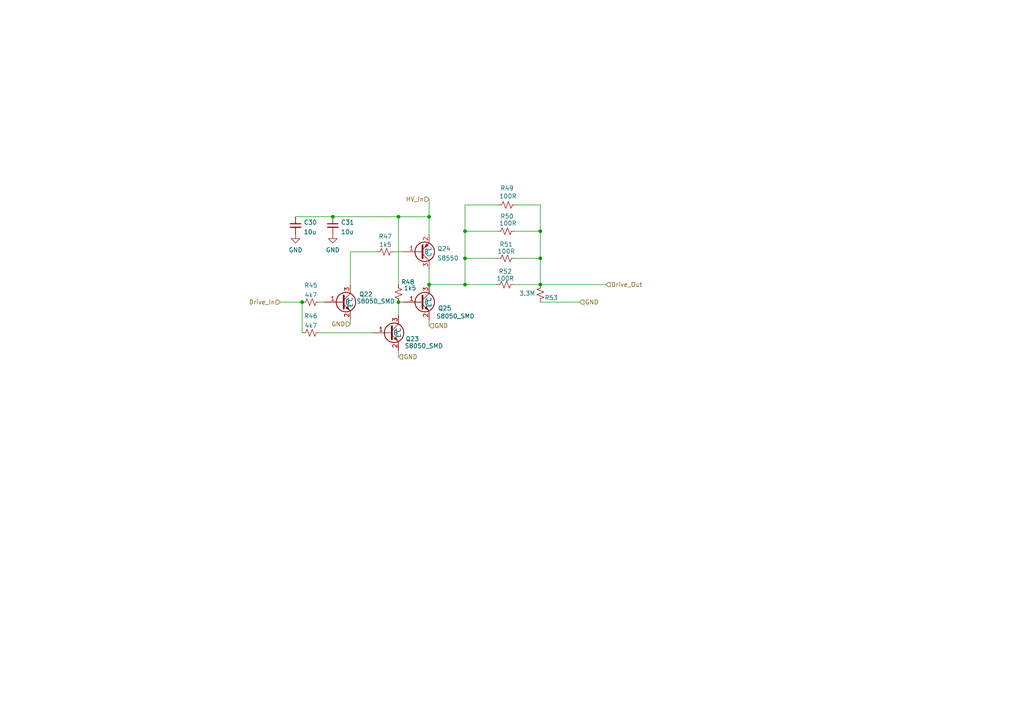
<source format=kicad_sch>
(kicad_sch (version 20211123) (generator eeschema)
  (paper "A4")
  (lib_symbols
    (symbol "Device:C_Small" (pin_numbers hide) (pin_names (offset 0.254) hide)
      (property "Reference" "C" (at 0.254 1.778 0))
      (property "Value" "C_Small" (at 0.254 -2.032 0))
      (symbol "C_Small_0_1"
        (polyline (pts (xy -1.524 -0.508) (xy 1.524 -0.508)) (stroke (width 0.3302)))
        (polyline (pts (xy -1.524 0.508) (xy 1.524 0.508)) (stroke (width 0.3048)))
      )
      (symbol "C_Small_1_1"
        (pin passive line (at 0 2.54 270) (length 2.032) (name "~") (number "1"))
        (pin passive line (at 0 -2.54 90) (length 2.032) (name "~") (number "2"))
      )
    )
    (symbol "Device:R_Small_US" (pin_numbers hide) (pin_names (offset 0.254) hide)
      (property "Reference" "R" (at 0.762 0.508 0))
      (property "Value" "R_Small_US" (at 0.762 -1.016 0))
      (symbol "R_Small_US_1_1"
        (polyline (pts (xy 0 0) (xy 1.016 -0.381) (xy 0 -0.762) (xy -1.016 -1.143) (xy 0 -1.524)))
        (polyline (pts (xy 0 1.524) (xy 1.016 1.143) (xy 0 0.762) (xy -1.016 0.381) (xy 0 0)))
        (pin passive line (at 0 2.54 270) (length 1.016) (name "~") (number "1"))
        (pin passive line (at 0 -2.54 90) (length 1.016) (name "~") (number "2"))
      )
    )
    (symbol "MyDevices:S8050_SMD" (pin_names (offset 1.016))
      (property "Reference" "Q" (at -7.62 5.08 0))
      (property "Value" "S8050_SMD" (at -8.89 7.62 0))
      (symbol "S8050_SMD_1_1"
        (polyline (pts (xy -1.27 0) (xy -0.635 0)))
        (polyline (pts (xy -0.635 0.635) (xy 1.27 2.54)))
        (polyline (pts (xy -0.635 -0.635) (xy 1.27 -2.54) (xy 1.27 -2.54)))
        (polyline (pts (xy -0.635 1.905) (xy -0.635 -1.905) (xy -0.635 -1.905)) (stroke (width 0.508)))
        (polyline (pts (xy 0 -1.778) (xy 0.508 -1.27) (xy 1.016 -2.286) (xy 0 -1.778) (xy 0 -1.778)) (fill (type outline)))
        (circle (center 0 0) (radius 2.8194) (stroke (width 0.254)))
        (pin input line (at -6.35 0 0) (length 5.08) (name "B") (number "1"))
        (pin passive line (at 1.27 -5.08 90) (length 2.54) (name "E") (number "2"))
        (pin passive line (at 1.27 5.08 270) (length 2.54) (name "C") (number "3"))
      )
    )
    (symbol "MyDevices:S8550" (pin_names (offset 1.016))
      (property "Reference" "Q" (at -8.89 7.62 0))
      (property "Value" "S8550" (at -6.35 5.08 0))
      (symbol "S8550_1_1"
        (polyline (pts (xy -1.27 0) (xy -0.635 0)))
        (polyline (pts (xy 1.27 -2.54) (xy -0.635 -0.635)))
        (polyline (pts (xy 1.27 2.54) (xy -0.635 0.635)))
        (polyline (pts (xy -0.635 -1.905) (xy -0.635 1.905) (xy -0.635 1.905)) (stroke (width 0.508)) (fill (type outline)))
        (polyline (pts (xy 0.508 2.286) (xy 1.016 1.778) (xy 0 1.27) (xy 0.508 2.286) (xy 0.508 2.286)) (fill (type outline)))
        (circle (center 0 0) (radius 2.8194) (stroke (width 0.254)))
        (pin input line (at -6.35 0 0) (length 5.08) (name "B") (number "1"))
        (pin passive line (at 1.27 5.08 270) (length 2.54) (name "E") (number "2"))
        (pin passive line (at 1.27 -5.08 90) (length 2.54) (name "C") (number "3"))
      )
    )
    (symbol "power:GND" (power) (pin_names (offset 0))
      (property "Value" "GND" (at 0 -3.81 0))
      (symbol "GND_0_1"
        (polyline (pts (xy 0 0) (xy 0 -1.27) (xy 1.27 -1.27) (xy 0 -2.54) (xy -1.27 -1.27) (xy 0 -1.27)))
      )
      (symbol "GND_1_1"
        (pin power_in line (at 0 0 270) (length 0) hide (name "GND") (number "1"))
      )
    )
  )
  (junction (at 96.52 62.865))
  (junction (at 115.57 87.63))
  (junction (at 156.718 74.93))
  (junction (at 87.63 87.63))
  (junction (at 156.718 82.55))
  (junction (at 134.874 82.55))
  (junction (at 124.46 82.55))
  (junction (at 156.718 67.056))
  (junction (at 134.874 67.056))
  (junction (at 124.46 62.865))
  (junction (at 115.57 62.865))
  (junction (at 134.874 74.93))
  (wire (pts (xy 134.874 67.056) (xy 134.874 74.93)))
  (wire (pts (xy 116.84 73.025) (xy 114.3 73.025)))
  (wire (pts (xy 149.352 74.93) (xy 156.718 74.93)))
  (wire (pts (xy 92.71 96.52) (xy 107.95 96.52)))
  (wire (pts (xy 81.28 87.63) (xy 87.63 87.63)))
  (wire (pts (xy 134.874 74.93) (xy 144.272 74.93)))
  (wire (pts (xy 85.725 62.865) (xy 96.52 62.865)))
  (wire (pts (xy 149.606 59.436) (xy 156.718 59.436)))
  (wire (pts (xy 149.098 82.55) (xy 156.718 82.55)))
  (wire (pts (xy 134.874 59.436) (xy 144.526 59.436)))
  (wire (pts (xy 134.874 67.056) (xy 144.272 67.056)))
  (wire (pts (xy 156.718 82.55) (xy 175.768 82.55)))
  (wire (pts (xy 124.46 62.865) (xy 124.46 67.945)))
  (wire (pts (xy 156.718 59.436) (xy 156.718 67.056)))
  (wire (pts (xy 124.46 57.785) (xy 124.46 62.865)))
  (wire (pts (xy 134.874 74.93) (xy 134.874 82.55)))
  (wire (pts (xy 87.63 87.63) (xy 87.63 96.52)))
  (wire (pts (xy 124.46 82.55) (xy 124.46 78.105)))
  (wire (pts (xy 156.718 67.056) (xy 156.718 74.93)))
  (wire (pts (xy 124.46 92.71) (xy 124.46 94.488)))
  (wire (pts (xy 115.57 87.63) (xy 116.84 87.63)))
  (wire (pts (xy 149.352 67.056) (xy 156.718 67.056)))
  (wire (pts (xy 115.57 101.6) (xy 115.57 103.505)))
  (wire (pts (xy 115.57 91.44) (xy 115.57 87.63)))
  (wire (pts (xy 96.52 62.865) (xy 115.57 62.865)))
  (wire (pts (xy 134.874 82.55) (xy 144.018 82.55)))
  (wire (pts (xy 156.718 87.63) (xy 168.148 87.63)))
  (wire (pts (xy 134.874 59.436) (xy 134.874 67.056)))
  (wire (pts (xy 156.718 74.93) (xy 156.718 82.55)))
  (wire (pts (xy 124.46 62.865) (xy 115.57 62.865)))
  (wire (pts (xy 101.6 92.71) (xy 101.6 93.98)))
  (wire (pts (xy 115.57 62.865) (xy 115.57 82.55)))
  (wire (pts (xy 124.46 82.55) (xy 134.874 82.55)))
  (wire (pts (xy 109.22 73.025) (xy 101.6 73.025)))
  (wire (pts (xy 101.6 73.025) (xy 101.6 82.55)))
  (wire (pts (xy 92.71 87.63) (xy 93.98 87.63)))
  (hierarchical_label "GND" (shape input) (at 124.46 94.488 0))
  (hierarchical_label "GND" (shape input) (at 168.148 87.63 0))
  (hierarchical_label "GND" (shape input) (at 101.6 93.98 180))
  (hierarchical_label "Drive_In" (shape input) (at 81.28 87.63 180))
  (hierarchical_label "HV_In" (shape input) (at 124.46 57.785 180))
  (hierarchical_label "Drive_Out" (shape input) (at 175.768 82.55 0))
  (hierarchical_label "GND" (shape input) (at 115.57 103.505 0))
  (symbol (lib_id "MyDevices:S8050_SMD") (at 114.3 96.52 0) (unit 1)
    (property "Reference" "Q23" (at 117.602 98.298 0) (effects (justify left)))
    (property "Value" "S8050_SMD" (at 117.348 100.33 0) (effects (justify left)))
    (property "Footprint" "Package_TO_SOT_SMD:SOT-23" (effects hide))
    (property "Extended" "0" (effects hide))
    (property "LCSC" "C2150" (effects hide))
    (property "Populate" "Yes" (effects hide))
  )
  (symbol (lib_id "Device:C_Small") (at 85.725 65.405 0) (unit 1)
    (property "Reference" "C30" (at 88.0491 64.5028 0) (effects (justify left)))
    (property "Value" "10u" (at 88.0491 67.2779 0) (effects (justify left)))
    (property "Footprint" "Capacitor_SMD:C_0603_1608Metric" (effects hide))
    (property "Populate" "Yes" (effects hide))
    (property "Extended" "0" (effects hide))
    (property "LCSC" "C96446" (effects hide))
    (property "Price" "0.03" (effects hide))
  )
  (symbol (lib_id "Device:R_Small_US") (at 146.558 82.55 90) (unit 1)
    (property "Reference" "R52" (at 146.558 78.74 90))
    (property "Value" "100R" (at 146.558 80.772 90))
    (property "Footprint" "Resistor_SMD:R_0402_1005Metric" (effects hide))
    (property "Populate" "Yes" (effects hide))
    (property "LCSC" "C25076" (effects hide))
    (property "Price" "0.0007" (effects hide))
    (property "Extended" "0" (effects hide))
  )
  (symbol (lib_id "MyDevices:S8050_SMD") (at 100.33 87.63 0) (unit 1)
    (property "Reference" "Q22" (at 104.14 85.344 0) (effects (justify left)))
    (property "Value" "S8050_SMD" (at 103.378 87.376 0) (effects (justify left)))
    (property "Footprint" "Package_TO_SOT_SMD:SOT-23" (effects hide))
    (property "Extended" "0" (effects hide))
    (property "LCSC" "C2150" (effects hide))
    (property "Populate" "Yes" (effects hide))
  )
  (symbol (lib_id "MyDevices:S8050_SMD") (at 123.19 87.63 0) (unit 1)
    (property "Reference" "Q25" (at 127 89.408 0) (effects (justify left)))
    (property "Value" "S8050_SMD" (at 126.492 91.694 0) (effects (justify left)))
    (property "Footprint" "Package_TO_SOT_SMD:SOT-23" (effects hide))
    (property "Extended" "0" (effects hide))
    (property "LCSC" "C2150" (effects hide))
    (property "Populate" "Yes" (effects hide))
  )
  (symbol (lib_id "Device:R_Small_US") (at 111.76 73.025 90) (unit 1)
    (property "Reference" "R47" (at 111.76 68.58 90))
    (property "Value" "1k5" (at 111.76 70.9446 90))
    (property "Footprint" "Resistor_SMD:R_0402_1005Metric" (effects hide))
    (property "Populate" "Yes" (effects hide))
    (property "Extended" "0" (effects hide))
    (property "LCSC" "C25867" (effects hide))
    (property "Price" "0.0007" (effects hide))
  )
  (symbol (lib_id "Device:R_Small_US") (at 90.17 96.52 90) (unit 1)
    (property "Reference" "R46" (at 90.17 91.6645 90))
    (property "Value" "4k7" (at 90.17 94.4396 90))
    (property "Footprint" "Resistor_SMD:R_0402_1005Metric" (effects hide))
    (property "Populate" "Yes" (effects hide))
    (property "Extended" "0" (effects hide))
    (property "LCSC" "C25900" (effects hide))
    (property "Price" "0.0007" (effects hide))
  )
  (symbol (lib_id "Device:C_Small") (at 96.52 65.405 0) (unit 1)
    (property "Reference" "C31" (at 98.8441 64.5028 0) (effects (justify left)))
    (property "Value" "10u" (at 98.8441 67.2779 0) (effects (justify left)))
    (property "Footprint" "Capacitor_SMD:C_0603_1608Metric" (effects hide))
    (property "Populate" "Yes" (effects hide))
    (property "Extended" "0" (effects hide))
    (property "LCSC" "C96446" (effects hide))
    (property "Price" "0.03" (effects hide))
  )
  (symbol (lib_id "Device:R_Small_US") (at 156.718 85.09 0) (mirror y) (unit 1)
    (property "Reference" "R53" (at 159.893 86.36 0))
    (property "Value" "3.3M" (at 152.908 85.09 0))
    (property "Footprint" "Resistor_SMD:R_0402_1005Metric" (effects hide))
    (property "Populate" "Yes" (effects hide))
    (property "Extended" "0" (effects hide))
    (property "LCSC" "C25741" (effects hide))
    (property "Price" "0.0007" (effects hide))
  )
  (symbol (lib_id "Device:R_Small_US") (at 146.812 67.056 90) (unit 1)
    (property "Reference" "R50" (at 147.066 62.738 90))
    (property "Value" "100R" (at 147.32 64.77 90))
    (property "Footprint" "Resistor_SMD:R_0402_1005Metric" (effects hide))
    (property "Populate" "Yes" (effects hide))
    (property "LCSC" "C25076" (effects hide))
    (property "Price" "0.0007" (effects hide))
    (property "Extended" "0" (effects hide))
  )
  (symbol (lib_id "Device:R_Small_US") (at 90.17 87.63 90) (unit 1)
    (property "Reference" "R45" (at 90.17 82.7745 90))
    (property "Value" "4k7" (at 90.17 85.5496 90))
    (property "Footprint" "Resistor_SMD:R_0402_1005Metric" (effects hide))
    (property "Populate" "Yes" (effects hide))
    (property "Extended" "0" (effects hide))
    (property "LCSC" "C25900" (effects hide))
    (property "Price" "0.0007" (effects hide))
  )
  (symbol (lib_id "MyDevices:S8550") (at 123.19 73.025 0) (unit 1)
    (property "Reference" "Q24" (at 126.7714 72.1165 0) (effects (justify left)))
    (property "Value" "S8550" (at 126.7714 74.8916 0) (effects (justify left)))
    (property "Footprint" "Package_TO_SOT_SMD:SOT-23" (effects hide))
    (property "Extended" "0" (effects hide))
    (property "LCSC" "C8542" (effects hide))
    (property "Populate" "Yes" (effects hide))
  )
  (symbol (lib_id "power:GND") (at 85.725 67.945 0) (unit 1)
    (property "Reference" "#PWR099" (effects hide))
    (property "Value" "GND" (at 85.725 72.5075 0))
  )
  (symbol (lib_id "Device:R_Small_US") (at 147.066 59.436 90) (unit 1)
    (property "Reference" "R49" (at 147.066 54.5805 90))
    (property "Value" "100R" (at 147.32 56.896 90))
    (property "Footprint" "Resistor_SMD:R_0402_1005Metric" (effects hide))
    (property "Populate" "Yes" (effects hide))
    (property "LCSC" "C25076" (effects hide))
    (property "Price" "0.0007" (effects hide))
    (property "Extended" "0" (effects hide))
  )
  (symbol (lib_id "Device:R_Small_US") (at 115.57 85.09 180) (unit 1)
    (property "Reference" "R48" (at 116.332 81.788 0) (effects (justify right)))
    (property "Value" "1k5" (at 117.094 83.566 0) (effects (justify right)))
    (property "Footprint" "Resistor_SMD:R_0402_1005Metric" (effects hide))
    (property "Populate" "Yes" (effects hide))
    (property "Extended" "0" (effects hide))
    (property "LCSC" "C25867" (effects hide))
    (property "Price" "0.0007" (effects hide))
  )
  (symbol (lib_id "power:GND") (at 96.52 67.945 0) (unit 1)
    (property "Reference" "#PWR0100" (effects hide))
    (property "Value" "GND" (at 96.52 72.5075 0))
  )
  (symbol (lib_id "Device:R_Small_US") (at 146.812 74.93 90) (unit 1)
    (property "Reference" "R51" (at 146.812 70.866 90))
    (property "Value" "100R" (at 146.812 72.898 90))
    (property "Footprint" "Resistor_SMD:R_0402_1005Metric" (effects hide))
    (property "Populate" "Yes" (effects hide))
    (property "LCSC" "C25076" (effects hide))
    (property "Price" "0.0007" (effects hide))
    (property "Extended" "0" (effects hide))
  )
)
</source>
